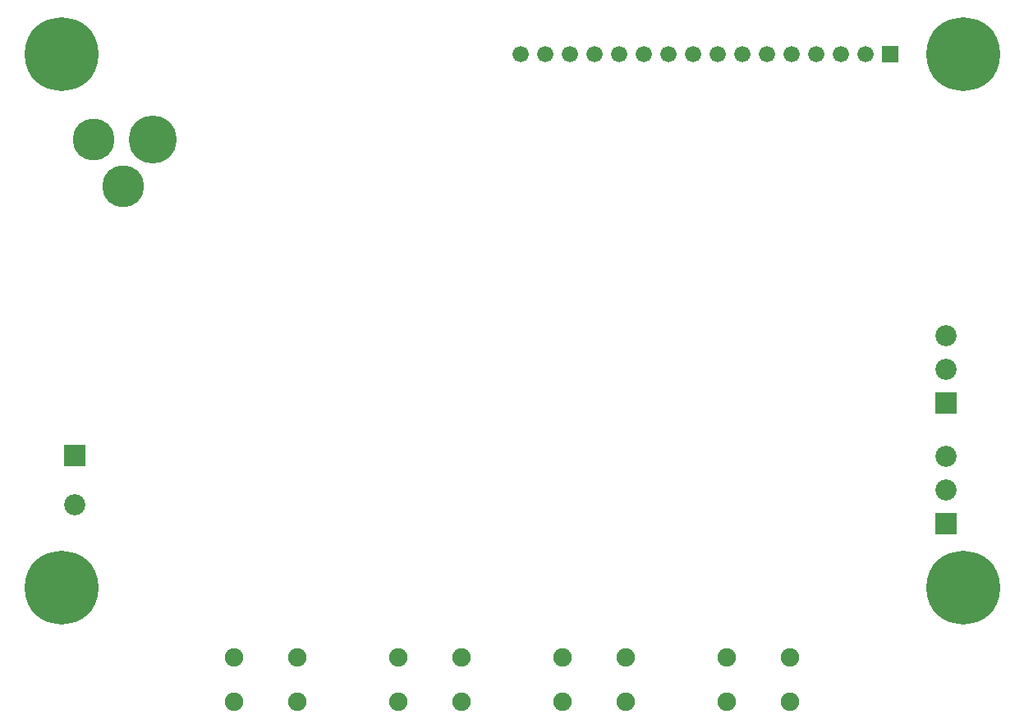
<source format=gbr>
G04 start of page 7 for group -4062 idx -4062 *
G04 Title: (unknown), soldermask *
G04 Creator: pcb 4.0.2 *
G04 CreationDate: Fri Feb  3 04:42:44 2023 UTC *
G04 For: ndholmes *
G04 Format: Gerber/RS-274X *
G04 PCB-Dimensions (mil): 4000.00 2900.00 *
G04 PCB-Coordinate-Origin: lower left *
%MOIN*%
%FSLAX25Y25*%
%LNBOTTOMMASK*%
%ADD75C,0.1700*%
%ADD74C,0.1950*%
%ADD73C,0.0750*%
%ADD72C,0.0860*%
%ADD71C,0.0660*%
%ADD70C,0.0001*%
%ADD69C,0.2997*%
G54D69*X383000Y273000D03*
G54D70*G36*
X350200Y276300D02*Y269700D01*
X356800D01*
Y276300D01*
X350200D01*
G37*
G54D71*X343500Y273000D03*
X333500D03*
X323500D03*
X313500D03*
X303500D03*
X293500D03*
X283500D03*
X273500D03*
X263500D03*
X253500D03*
X243500D03*
X233500D03*
X223500D03*
X213500D03*
X203500D03*
G54D69*X17000Y56500D03*
G54D70*G36*
X18200Y114300D02*Y105700D01*
X26800D01*
Y114300D01*
X18200D01*
G37*
G54D72*X22500Y90000D03*
G54D73*X153905Y10142D03*
Y27858D03*
G54D69*X17000Y273000D03*
G54D73*X112795Y10142D03*
X87205D03*
X112795Y27858D03*
X87205D03*
G54D74*X54000Y238500D03*
G54D75*X30000D03*
X42000Y219500D03*
G54D73*X179495Y10142D03*
X246095D03*
X220505D03*
X312795D03*
X287205D03*
X179495Y27858D03*
X246095D03*
X220505D03*
X312795D03*
X287205D03*
G54D69*X383000Y56500D03*
G54D70*G36*
X371700Y86520D02*Y77920D01*
X380300D01*
Y86520D01*
X371700D01*
G37*
G54D72*X376000Y96000D03*
Y109779D03*
G54D70*G36*
X371700Y135520D02*Y126920D01*
X380300D01*
Y135520D01*
X371700D01*
G37*
G54D72*X376000Y145000D03*
Y158779D03*
M02*

</source>
